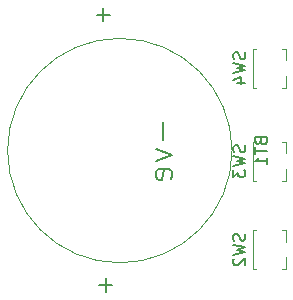
<source format=gbo>
G04 #@! TF.FileFunction,Legend,Bot*
%FSLAX46Y46*%
G04 Gerber Fmt 4.6, Leading zero omitted, Abs format (unit mm)*
G04 Created by KiCad (PCBNEW 4.0.5) date 05/04/17 19:44:32*
%MOMM*%
%LPD*%
G01*
G04 APERTURE LIST*
%ADD10C,0.100000*%
%ADD11C,0.120000*%
%ADD12C,0.150000*%
G04 APERTURE END LIST*
D10*
D11*
X128586000Y-77852000D02*
X128586000Y-78852000D01*
X128296000Y-77852000D02*
X128586000Y-77852000D01*
X128586000Y-81152000D02*
X128586000Y-80152000D01*
X128586000Y-81152000D02*
X128296000Y-81152000D01*
X126086000Y-77852000D02*
X125796000Y-77852000D01*
X125796000Y-77852000D02*
X125796000Y-81152000D01*
X125796000Y-81152000D02*
X126086000Y-81152000D01*
X128586000Y-70359000D02*
X128586000Y-71359000D01*
X128296000Y-70359000D02*
X128586000Y-70359000D01*
X128586000Y-73659000D02*
X128586000Y-72659000D01*
X128586000Y-73659000D02*
X128296000Y-73659000D01*
X126086000Y-70359000D02*
X125796000Y-70359000D01*
X125796000Y-70359000D02*
X125796000Y-73659000D01*
X125796000Y-73659000D02*
X126086000Y-73659000D01*
X128586000Y-62485000D02*
X128586000Y-63485000D01*
X128296000Y-62485000D02*
X128586000Y-62485000D01*
X128586000Y-65785000D02*
X128586000Y-64785000D01*
X128586000Y-65785000D02*
X128296000Y-65785000D01*
X126086000Y-62485000D02*
X125796000Y-62485000D01*
X125796000Y-62485000D02*
X125796000Y-65785000D01*
X125796000Y-65785000D02*
X126086000Y-65785000D01*
D10*
X124055579Y-71120000D02*
G75*
G03X124055579Y-71120000I-9501579J0D01*
G01*
D12*
X125120762Y-78168667D02*
X125168381Y-78311524D01*
X125168381Y-78549620D01*
X125120762Y-78644858D01*
X125073143Y-78692477D01*
X124977905Y-78740096D01*
X124882667Y-78740096D01*
X124787429Y-78692477D01*
X124739810Y-78644858D01*
X124692190Y-78549620D01*
X124644571Y-78359143D01*
X124596952Y-78263905D01*
X124549333Y-78216286D01*
X124454095Y-78168667D01*
X124358857Y-78168667D01*
X124263619Y-78216286D01*
X124216000Y-78263905D01*
X124168381Y-78359143D01*
X124168381Y-78597239D01*
X124216000Y-78740096D01*
X124168381Y-79073429D02*
X125168381Y-79311524D01*
X124454095Y-79502001D01*
X125168381Y-79692477D01*
X124168381Y-79930572D01*
X124263619Y-80263905D02*
X124216000Y-80311524D01*
X124168381Y-80406762D01*
X124168381Y-80644858D01*
X124216000Y-80740096D01*
X124263619Y-80787715D01*
X124358857Y-80835334D01*
X124454095Y-80835334D01*
X124596952Y-80787715D01*
X125168381Y-80216286D01*
X125168381Y-80835334D01*
X125120762Y-70675667D02*
X125168381Y-70818524D01*
X125168381Y-71056620D01*
X125120762Y-71151858D01*
X125073143Y-71199477D01*
X124977905Y-71247096D01*
X124882667Y-71247096D01*
X124787429Y-71199477D01*
X124739810Y-71151858D01*
X124692190Y-71056620D01*
X124644571Y-70866143D01*
X124596952Y-70770905D01*
X124549333Y-70723286D01*
X124454095Y-70675667D01*
X124358857Y-70675667D01*
X124263619Y-70723286D01*
X124216000Y-70770905D01*
X124168381Y-70866143D01*
X124168381Y-71104239D01*
X124216000Y-71247096D01*
X124168381Y-71580429D02*
X125168381Y-71818524D01*
X124454095Y-72009001D01*
X125168381Y-72199477D01*
X124168381Y-72437572D01*
X124168381Y-72723286D02*
X124168381Y-73342334D01*
X124549333Y-73009000D01*
X124549333Y-73151858D01*
X124596952Y-73247096D01*
X124644571Y-73294715D01*
X124739810Y-73342334D01*
X124977905Y-73342334D01*
X125073143Y-73294715D01*
X125120762Y-73247096D01*
X125168381Y-73151858D01*
X125168381Y-72866143D01*
X125120762Y-72770905D01*
X125073143Y-72723286D01*
X125120762Y-62801667D02*
X125168381Y-62944524D01*
X125168381Y-63182620D01*
X125120762Y-63277858D01*
X125073143Y-63325477D01*
X124977905Y-63373096D01*
X124882667Y-63373096D01*
X124787429Y-63325477D01*
X124739810Y-63277858D01*
X124692190Y-63182620D01*
X124644571Y-62992143D01*
X124596952Y-62896905D01*
X124549333Y-62849286D01*
X124454095Y-62801667D01*
X124358857Y-62801667D01*
X124263619Y-62849286D01*
X124216000Y-62896905D01*
X124168381Y-62992143D01*
X124168381Y-63230239D01*
X124216000Y-63373096D01*
X124168381Y-63706429D02*
X125168381Y-63944524D01*
X124454095Y-64135001D01*
X125168381Y-64325477D01*
X124168381Y-64563572D01*
X124501714Y-65373096D02*
X125168381Y-65373096D01*
X124120762Y-65135000D02*
X124835048Y-64896905D01*
X124835048Y-65515953D01*
X126482571Y-70334286D02*
X126530190Y-70477143D01*
X126577810Y-70524762D01*
X126673048Y-70572381D01*
X126815905Y-70572381D01*
X126911143Y-70524762D01*
X126958762Y-70477143D01*
X127006381Y-70381905D01*
X127006381Y-70000952D01*
X126006381Y-70000952D01*
X126006381Y-70334286D01*
X126054000Y-70429524D01*
X126101619Y-70477143D01*
X126196857Y-70524762D01*
X126292095Y-70524762D01*
X126387333Y-70477143D01*
X126434952Y-70429524D01*
X126482571Y-70334286D01*
X126482571Y-70000952D01*
X126006381Y-70858095D02*
X126006381Y-71429524D01*
X127006381Y-71143809D02*
X126006381Y-71143809D01*
X127006381Y-72286667D02*
X127006381Y-71715238D01*
X127006381Y-72000952D02*
X126006381Y-72000952D01*
X126149238Y-71905714D01*
X126244476Y-71810476D01*
X126292095Y-71715238D01*
X118196857Y-68739047D02*
X118196857Y-70262857D01*
X117625429Y-71024761D02*
X118958762Y-71500952D01*
X117625429Y-71977142D01*
X118863524Y-73500952D02*
X118958762Y-73310476D01*
X118958762Y-72929524D01*
X118863524Y-72739047D01*
X118673048Y-72643809D01*
X117911143Y-72643809D01*
X117720667Y-72739047D01*
X117625429Y-72929524D01*
X117625429Y-73310476D01*
X117720667Y-73500952D01*
X117911143Y-73596190D01*
X118101619Y-73596190D01*
X118292095Y-72643809D01*
X113161143Y-59048572D02*
X113161143Y-60191429D01*
X113732571Y-59620000D02*
X112589714Y-59620000D01*
X113361143Y-81948572D02*
X113361143Y-83091429D01*
X113932571Y-82520000D02*
X112789714Y-82520000D01*
M02*

</source>
